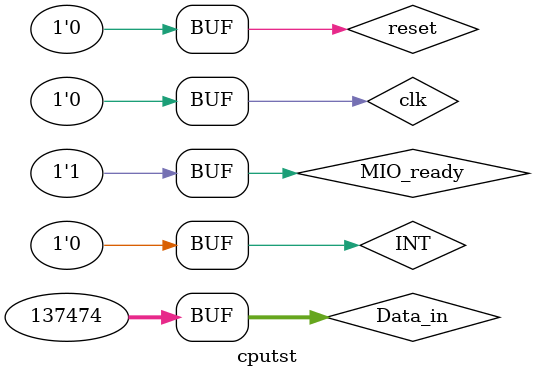
<source format=v>
`timescale 1ns / 1ps


module cputst;

	// Inputs
	reg clk;
	reg reset;
	reg INT;
	reg MIO_ready;
	reg [31:0] Data_in;

	// Outputs
	wire [31:0] PC_out;
	wire [31:0] inst_out;
	wire mem_w;
	wire [31:0] Addr_out;
	wire [31:0] Data_out;
	wire CPU_MIO;
	wire [4:0] state;

	// Instantiate the Unit Under Test (UUT)
	MCPU uut (
		.clk(clk), 
		.reset(reset), 
		.INT(INT), 
		.MIO_ready(MIO_ready), 
		.PC_out(PC_out), 
		.inst_out(inst_out), 
		.mem_w(mem_w), 
		.Addr_out(Addr_out), 
		.Data_out(Data_out), 
		.Data_in(Data_in), 
		.CPU_MIO(CPU_MIO), 
		.state(state)
	);

	initial begin
		// Initialize Inputs
		clk = 0;
		reset = 1;
		INT = 0;
		MIO_ready = 1;
		Data_in = 0;

		// Wait 100 ns for global reset to finish
		#100;
        reset=0;
	
		// Add stimulus here
		Data_in=32'b001111_00000_00001_0000111100001111;#60;
		Data_in=32'b001101_00001_00010_1101010101010101;#80;
		Data_in=32'b000000_00000_00010_00011_00100_000010;#80;
	end
    always begin
	clk=1;#10;clk=0;#10;
	end
endmodule


</source>
